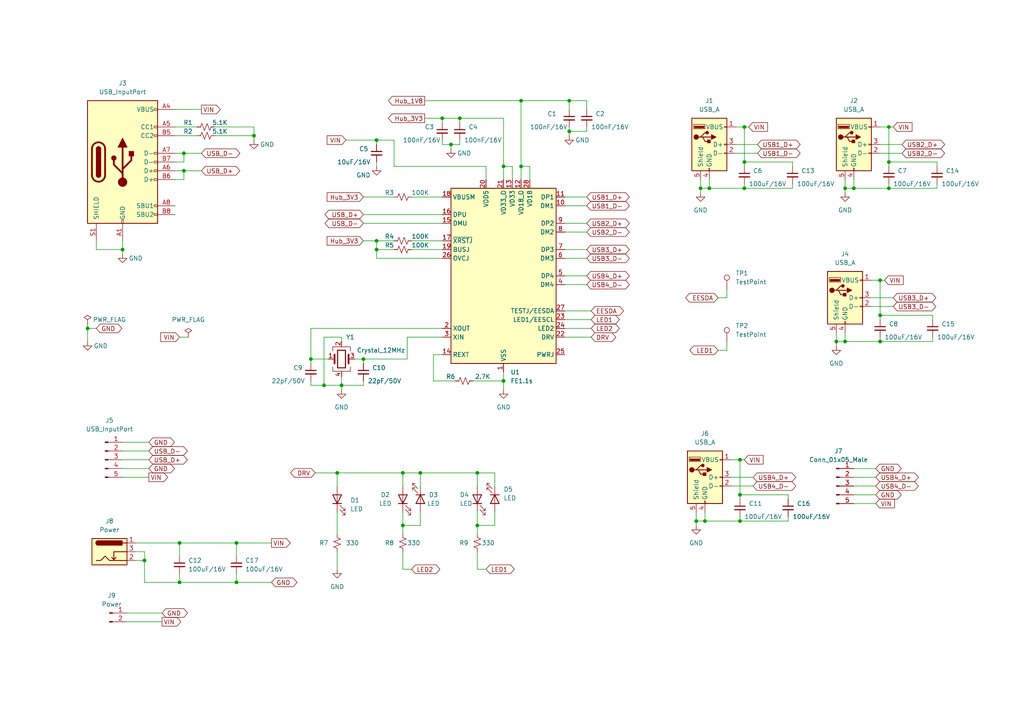
<source format=kicad_sch>
(kicad_sch (version 20211123) (generator eeschema)
  (paper "A4")
  (lib_symbols
    (symbol "Connector:Barrel_Jack_Switch" (pin_names hide)
      (property "Reference" "J" (at 0 5.334 0))
      (property "Value" "Barrel_Jack_Switch" (at 0 -5.08 0))
      (symbol "Barrel_Jack_Switch_0_1"
        (rectangle (start -5.08 3.81) (end 5.08 -3.81) (stroke (width 0.254)) (fill (type background)))
        (arc (start -3.302 3.175) (mid -3.937 2.54) (end -3.302 1.905) (stroke (width 0.254)))
        (arc (start -3.302 3.175) (mid -3.937 2.54) (end -3.302 1.905) (stroke (width 0.254)) (fill (type outline)))
        (polyline (pts (xy 1.27 -2.286) (xy 1.905 -1.651)) (stroke (width 0.254)))
        (polyline (pts (xy 5.08 2.54) (xy 3.81 2.54)) (stroke (width 0.254)))
        (polyline (pts (xy 5.08 0) (xy 1.27 0) (xy 1.27 -2.286) (xy 0.635 -1.651)) (stroke (width 0.254)))
        (polyline (pts (xy -3.81 -2.54) (xy -2.54 -2.54) (xy -1.27 -1.27) (xy 0 -2.54) (xy 2.54 -2.54) (xy 5.08 -2.54)) (stroke (width 0.254)))
        (rectangle (start 3.683 3.175) (end -3.302 1.905) (stroke (width 0.254)) (fill (type outline)))
      )
      (symbol "Barrel_Jack_Switch_1_1"
        (pin passive line (at 7.62 2.54 180) (length 2.54) (name "~") (number "1"))
        (pin passive line (at 7.62 -2.54 180) (length 2.54) (name "~") (number "2"))
        (pin passive line (at 7.62 0 180) (length 2.54) (name "~") (number "3"))
      )
    )
    (symbol "Connector:Conn_01x02_Male" (pin_names (offset 1.016) hide)
      (property "Reference" "J" (at 0 2.54 0))
      (property "Value" "Conn_01x02_Male" (at 0 -5.08 0))
      (symbol "Conn_01x02_Male_1_1"
        (polyline (pts (xy 1.27 -2.54) (xy 0.8636 -2.54)) (stroke (width 0.1524)))
        (polyline (pts (xy 1.27 0) (xy 0.8636 0)) (stroke (width 0.1524)))
        (rectangle (start 0.8636 -2.413) (end 0 -2.667) (stroke (width 0.1524)) (fill (type outline)))
        (rectangle (start 0.8636 0.127) (end 0 -0.127) (stroke (width 0.1524)) (fill (type outline)))
        (pin passive line (at 5.08 0 180) (length 3.81) (name "Pin_1") (number "1"))
        (pin passive line (at 5.08 -2.54 180) (length 3.81) (name "Pin_2") (number "2"))
      )
    )
    (symbol "Connector:Conn_01x05_Male" (pin_names (offset 1.016) hide)
      (property "Reference" "J" (at 0 7.62 0))
      (property "Value" "Conn_01x05_Male" (at 0 -7.62 0))
      (symbol "Conn_01x05_Male_1_1"
        (polyline (pts (xy 1.27 -5.08) (xy 0.8636 -5.08)) (stroke (width 0.1524)))
        (polyline (pts (xy 1.27 -2.54) (xy 0.8636 -2.54)) (stroke (width 0.1524)))
        (polyline (pts (xy 1.27 0) (xy 0.8636 0)) (stroke (width 0.1524)))
        (polyline (pts (xy 1.27 2.54) (xy 0.8636 2.54)) (stroke (width 0.1524)))
        (polyline (pts (xy 1.27 5.08) (xy 0.8636 5.08)) (stroke (width 0.1524)))
        (rectangle (start 0.8636 -4.953) (end 0 -5.207) (stroke (width 0.1524)) (fill (type outline)))
        (rectangle (start 0.8636 -2.413) (end 0 -2.667) (stroke (width 0.1524)) (fill (type outline)))
        (rectangle (start 0.8636 0.127) (end 0 -0.127) (stroke (width 0.1524)) (fill (type outline)))
        (rectangle (start 0.8636 2.667) (end 0 2.413) (stroke (width 0.1524)) (fill (type outline)))
        (rectangle (start 0.8636 5.207) (end 0 4.953) (stroke (width 0.1524)) (fill (type outline)))
        (pin passive line (at 5.08 5.08 180) (length 3.81) (name "Pin_1") (number "1"))
        (pin passive line (at 5.08 2.54 180) (length 3.81) (name "Pin_2") (number "2"))
        (pin passive line (at 5.08 0 180) (length 3.81) (name "Pin_3") (number "3"))
        (pin passive line (at 5.08 -2.54 180) (length 3.81) (name "Pin_4") (number "4"))
        (pin passive line (at 5.08 -5.08 180) (length 3.81) (name "Pin_5") (number "5"))
      )
    )
    (symbol "Connector:TestPoint" (pin_numbers hide) (pin_names (offset 0.762) hide)
      (property "Reference" "TP" (at 0 6.858 0))
      (property "Value" "TestPoint" (at 0 5.08 0))
      (symbol "TestPoint_0_1"
        (circle (center 0 3.302) (radius 0.762))
      )
      (symbol "TestPoint_1_1"
        (pin passive line (at 0 0 90) (length 2.54) (name "1") (number "1"))
      )
    )
    (symbol "Connector:USB_A" (pin_names (offset 1.016))
      (property "Reference" "J" (at -5.08 11.43 0))
      (property "Value" "USB_A" (at -5.08 8.89 0))
      (symbol "USB_A_0_1"
        (rectangle (start -5.08 -7.62) (end 5.08 7.62) (stroke (width 0.254)) (fill (type background)))
        (circle (center -3.81 2.159) (radius 0.635) (stroke (width 0.254)) (fill (type outline)))
        (rectangle (start -1.524 4.826) (end -4.318 5.334) (fill (type outline)))
        (rectangle (start -1.27 4.572) (end -4.572 5.842))
        (circle (center -0.635 3.429) (radius 0.381) (stroke (width 0.254)) (fill (type outline)))
        (rectangle (start -0.127 -7.62) (end 0.127 -6.858))
        (polyline (pts (xy -3.175 2.159) (xy -2.54 2.159) (xy -1.27 3.429) (xy -0.635 3.429)) (stroke (width 0.254)))
        (polyline (pts (xy -2.54 2.159) (xy -1.905 2.159) (xy -1.27 0.889) (xy 0 0.889)) (stroke (width 0.254)))
        (polyline (pts (xy 0.635 2.794) (xy 0.635 1.524) (xy 1.905 2.159) (xy 0.635 2.794)) (stroke (width 0.254)) (fill (type outline)))
        (rectangle (start 0.254 1.27) (end -0.508 0.508) (stroke (width 0.254)) (fill (type outline)))
        (rectangle (start 5.08 -2.667) (end 4.318 -2.413))
        (rectangle (start 5.08 -0.127) (end 4.318 0.127))
        (rectangle (start 5.08 4.953) (end 4.318 5.207))
      )
      (symbol "USB_A_1_1"
        (polyline (pts (xy -1.905 2.159) (xy 0.635 2.159)) (stroke (width 0.254)))
        (pin power_in line (at 7.62 5.08 180) (length 2.54) (name "VBUS") (number "1"))
        (pin bidirectional line (at 7.62 -2.54 180) (length 2.54) (name "D-") (number "2"))
        (pin bidirectional line (at 7.62 0 180) (length 2.54) (name "D+") (number "3"))
        (pin power_in line (at 0 -10.16 90) (length 2.54) (name "GND") (number "4"))
        (pin passive line (at -2.54 -10.16 90) (length 2.54) (name "Shield") (number "5"))
      )
    )
    (symbol "Connector:USB_C_Receptacle_USB2.0" (pin_names (offset 1.016))
      (property "Reference" "J" (at -10.16 19.05 0))
      (property "Value" "USB_C_Receptacle_USB2.0" (at 19.05 19.05 0))
      (symbol "USB_C_Receptacle_USB2.0_0_0"
        (rectangle (start -0.254 -17.78) (end 0.254 -16.764))
        (rectangle (start 10.16 -14.986) (end 9.144 -15.494))
        (rectangle (start 10.16 -12.446) (end 9.144 -12.954))
        (rectangle (start 10.16 -4.826) (end 9.144 -5.334))
        (rectangle (start 10.16 -2.286) (end 9.144 -2.794))
        (rectangle (start 10.16 0.254) (end 9.144 -0.254))
        (rectangle (start 10.16 2.794) (end 9.144 2.286))
        (rectangle (start 10.16 7.874) (end 9.144 7.366))
        (rectangle (start 10.16 10.414) (end 9.144 9.906))
        (rectangle (start 10.16 15.494) (end 9.144 14.986))
      )
      (symbol "USB_C_Receptacle_USB2.0_0_1"
        (rectangle (start -10.16 17.78) (end 10.16 -17.78) (stroke (width 0.254)) (fill (type background)))
        (arc (start -8.89 -3.81) (mid -6.985 -5.715) (end -5.08 -3.81) (stroke (width 0.508)))
        (arc (start -7.62 -3.81) (mid -6.985 -4.445) (end -6.35 -3.81) (stroke (width 0.254)))
        (arc (start -7.62 -3.81) (mid -6.985 -4.445) (end -6.35 -3.81) (stroke (width 0.254)) (fill (type outline)))
        (rectangle (start -7.62 -3.81) (end -6.35 3.81) (stroke (width 0.254)) (fill (type outline)))
        (arc (start -6.35 3.81) (mid -6.985 4.445) (end -7.62 3.81) (stroke (width 0.254)))
        (arc (start -6.35 3.81) (mid -6.985 4.445) (end -7.62 3.81) (stroke (width 0.254)) (fill (type outline)))
        (arc (start -5.08 3.81) (mid -6.985 5.715) (end -8.89 3.81) (stroke (width 0.508)))
        (circle (center -2.54 1.143) (radius 0.635) (stroke (width 0.254)) (fill (type outline)))
        (circle (center 0 -5.842) (radius 1.27) (fill (type outline)))
        (polyline (pts (xy -8.89 -3.81) (xy -8.89 3.81)) (stroke (width 0.508)))
        (polyline (pts (xy -5.08 3.81) (xy -5.08 -3.81)) (stroke (width 0.508)))
        (polyline (pts (xy 0 -5.842) (xy 0 4.318)) (stroke (width 0.508)))
        (polyline (pts (xy 0 -3.302) (xy -2.54 -0.762) (xy -2.54 0.508)) (stroke (width 0.508)))
        (polyline (pts (xy 0 -2.032) (xy 2.54 0.508) (xy 2.54 1.778)) (stroke (width 0.508)))
        (polyline (pts (xy -1.27 4.318) (xy 0 6.858) (xy 1.27 4.318) (xy -1.27 4.318)) (stroke (width 0.254)) (fill (type outline)))
        (rectangle (start 1.905 1.778) (end 3.175 3.048) (stroke (width 0.254)) (fill (type outline)))
      )
      (symbol "USB_C_Receptacle_USB2.0_1_1"
        (pin passive line (at 0 -22.86 90) (length 5.08) (name "GND") (number "A1"))
        (pin passive line (at 0 -22.86 90) (length 5.08) hide (name "GND") (number "A12"))
        (pin passive line (at 15.24 15.24 180) (length 5.08) (name "VBUS") (number "A4"))
        (pin bidirectional line (at 15.24 10.16 180) (length 5.08) (name "CC1") (number "A5"))
        (pin bidirectional line (at 15.24 -2.54 180) (length 5.08) (name "D+") (number "A6"))
        (pin bidirectional line (at 15.24 2.54 180) (length 5.08) (name "D-") (number "A7"))
        (pin bidirectional line (at 15.24 -12.7 180) (length 5.08) (name "SBU1") (number "A8"))
        (pin passive line (at 15.24 15.24 180) (length 5.08) hide (name "VBUS") (number "A9"))
        (pin passive line (at 0 -22.86 90) (length 5.08) hide (name "GND") (number "B1"))
        (pin passive line (at 0 -22.86 90) (length 5.08) hide (name "GND") (number "B12"))
        (pin passive line (at 15.24 15.24 180) (length 5.08) hide (name "VBUS") (number "B4"))
        (pin bidirectional line (at 15.24 7.62 180) (length 5.08) (name "CC2") (number "B5"))
        (pin bidirectional line (at 15.24 -5.08 180) (length 5.08) (name "D+") (number "B6"))
        (pin bidirectional line (at 15.24 0 180) (length 5.08) (name "D-") (number "B7"))
        (pin bidirectional line (at 15.24 -15.24 180) (length 5.08) (name "SBU2") (number "B8"))
        (pin passive line (at 15.24 15.24 180) (length 5.08) hide (name "VBUS") (number "B9"))
        (pin passive line (at -7.62 -22.86 90) (length 5.08) (name "SHIELD") (number "S1"))
      )
    )
    (symbol "Device:C_Small" (pin_numbers hide) (pin_names (offset 0.254) hide)
      (property "Reference" "C" (at 0.254 1.778 0))
      (property "Value" "C_Small" (at 0.254 -2.032 0))
      (symbol "C_Small_0_1"
        (polyline (pts (xy -1.524 -0.508) (xy 1.524 -0.508)) (stroke (width 0.3302)))
        (polyline (pts (xy -1.524 0.508) (xy 1.524 0.508)) (stroke (width 0.3048)))
      )
      (symbol "C_Small_1_1"
        (pin passive line (at 0 2.54 270) (length 2.032) (name "~") (number "1"))
        (pin passive line (at 0 -2.54 90) (length 2.032) (name "~") (number "2"))
      )
    )
    (symbol "Device:Crystal_GND24" (pin_names (offset 1.016) hide)
      (property "Reference" "Y" (at 3.175 5.08 0))
      (property "Value" "Crystal_GND24" (at 3.175 3.175 0))
      (symbol "Crystal_GND24_0_1"
        (rectangle (start -1.143 2.54) (end 1.143 -2.54) (stroke (width 0.3048)))
        (polyline (pts (xy -2.54 0) (xy -2.032 0)))
        (polyline (pts (xy -2.032 -1.27) (xy -2.032 1.27)) (stroke (width 0.508)))
        (polyline (pts (xy 0 -3.81) (xy 0 -3.556)))
        (polyline (pts (xy 0 3.556) (xy 0 3.81)))
        (polyline (pts (xy 2.032 -1.27) (xy 2.032 1.27)) (stroke (width 0.508)))
        (polyline (pts (xy 2.032 0) (xy 2.54 0)))
        (polyline (pts (xy -2.54 -2.286) (xy -2.54 -3.556) (xy 2.54 -3.556) (xy 2.54 -2.286)))
        (polyline (pts (xy -2.54 2.286) (xy -2.54 3.556) (xy 2.54 3.556) (xy 2.54 2.286)))
      )
      (symbol "Crystal_GND24_1_1"
        (pin passive line (at -3.81 0 0) (length 1.27) (name "1") (number "1"))
        (pin passive line (at 0 5.08 270) (length 1.27) (name "2") (number "2"))
        (pin passive line (at 3.81 0 180) (length 1.27) (name "3") (number "3"))
        (pin passive line (at 0 -5.08 90) (length 1.27) (name "4") (number "4"))
      )
    )
    (symbol "Device:LED" (pin_numbers hide) (pin_names (offset 1.016) hide)
      (property "Reference" "D" (at 0 2.54 0))
      (property "Value" "LED" (at 0 -2.54 0))
      (symbol "LED_0_1"
        (polyline (pts (xy -1.27 -1.27) (xy -1.27 1.27)) (stroke (width 0.254)))
        (polyline (pts (xy -1.27 0) (xy 1.27 0)))
        (polyline (pts (xy 1.27 -1.27) (xy 1.27 1.27) (xy -1.27 0) (xy 1.27 -1.27)) (stroke (width 0.254)))
        (polyline (pts (xy -3.048 -0.762) (xy -4.572 -2.286) (xy -3.81 -2.286) (xy -4.572 -2.286) (xy -4.572 -1.524)))
        (polyline (pts (xy -1.778 -0.762) (xy -3.302 -2.286) (xy -2.54 -2.286) (xy -3.302 -2.286) (xy -3.302 -1.524)))
      )
      (symbol "LED_1_1"
        (pin passive line (at -3.81 0 0) (length 2.54) (name "K") (number "1"))
        (pin passive line (at 3.81 0 180) (length 2.54) (name "A") (number "2"))
      )
    )
    (symbol "Device:R_Small_US" (pin_numbers hide) (pin_names (offset 0.254) hide)
      (property "Reference" "R" (at 0.762 0.508 0))
      (property "Value" "R_Small_US" (at 0.762 -1.016 0))
      (symbol "R_Small_US_1_1"
        (polyline (pts (xy 0 0) (xy 1.016 -0.381) (xy 0 -0.762) (xy -1.016 -1.143) (xy 0 -1.524)))
        (polyline (pts (xy 0 1.524) (xy 1.016 1.143) (xy 0 0.762) (xy -1.016 0.381) (xy 0 0)))
        (pin passive line (at 0 2.54 270) (length 1.016) (name "~") (number "1"))
        (pin passive line (at 0 -2.54 90) (length 1.016) (name "~") (number "2"))
      )
    )
    (symbol "Interface_USB:FE1.1s"
      (property "Reference" "U" (at -11.43 26.67 0))
      (property "Value" "FE1.1s" (at 12.7 27.94 0))
      (symbol "FE1.1s_0_1"
        (rectangle (start -15.24 25.4) (end 15.24 -25.4) (stroke (width 0.254)) (fill (type background)))
      )
      (symbol "FE1.1s_1_1"
        (pin power_in line (at 0 -27.94 90) (length 2.54) (name "VSS") (number "1"))
        (pin bidirectional line (at 17.78 20.32 180) (length 2.54) (name "DM1") (number "10"))
        (pin bidirectional line (at 17.78 22.86 180) (length 2.54) (name "DP1") (number "11"))
        (pin power_out line (at 5.08 27.94 270) (length 2.54) (name "VD18_O") (number "12"))
        (pin power_in line (at 2.54 27.94 270) (length 2.54) (name "VD33") (number "13"))
        (pin passive line (at -17.78 -22.86 0) (length 2.54) (name "REXT") (number "14"))
        (pin bidirectional line (at -17.78 15.24 0) (length 2.54) (name "DMU") (number "15"))
        (pin bidirectional line (at -17.78 17.78 0) (length 2.54) (name "DPU") (number "16"))
        (pin input line (at -17.78 10.16 0) (length 2.54) (name "~{XRSTJ}") (number "17"))
        (pin input line (at -17.78 22.86 0) (length 2.54) (name "VBUSM") (number "18"))
        (pin input line (at -17.78 7.62 0) (length 2.54) (name "BUSJ") (number "19"))
        (pin output line (at -17.78 -15.24 0) (length 2.54) (name "XOUT") (number "2"))
        (pin power_in line (at -5.08 27.94 270) (length 2.54) (name "VDD5") (number "20"))
        (pin power_out line (at 0 27.94 270) (length 2.54) (name "VD33_O") (number "21"))
        (pin bidirectional line (at 17.78 -17.78 180) (length 2.54) (name "DRV") (number "22"))
        (pin bidirectional line (at 17.78 -12.7 180) (length 2.54) (name "LED1/EESCL") (number "23"))
        (pin bidirectional line (at 17.78 -15.24 180) (length 2.54) (name "LED2") (number "24"))
        (pin output line (at 17.78 -22.86 180) (length 2.54) (name "PWRJ") (number "25"))
        (pin input line (at -17.78 5.08 0) (length 2.54) (name "OVCJ") (number "26"))
        (pin bidirectional line (at 17.78 -10.16 180) (length 2.54) (name "TESTJ/EESDA") (number "27"))
        (pin power_in line (at 7.62 27.94 270) (length 2.54) (name "VD18") (number "28"))
        (pin input line (at -17.78 -17.78 0) (length 2.54) (name "XIN") (number "3"))
        (pin bidirectional line (at 17.78 -2.54 180) (length 2.54) (name "DM4") (number "4"))
        (pin bidirectional line (at 17.78 0 180) (length 2.54) (name "DP4") (number "5"))
        (pin bidirectional line (at 17.78 5.08 180) (length 2.54) (name "DM3") (number "6"))
        (pin bidirectional line (at 17.78 7.62 180) (length 2.54) (name "DP3") (number "7"))
        (pin bidirectional line (at 17.78 12.7 180) (length 2.54) (name "DM2") (number "8"))
        (pin bidirectional line (at 17.78 15.24 180) (length 2.54) (name "DP2") (number "9"))
      )
    )
    (symbol "power:GND" (power) (pin_names (offset 0))
      (property "Value" "GND" (at 0 -3.81 0))
      (symbol "GND_0_1"
        (polyline (pts (xy 0 0) (xy 0 -1.27) (xy 1.27 -1.27) (xy 0 -2.54) (xy -1.27 -1.27) (xy 0 -1.27)))
      )
      (symbol "GND_1_1"
        (pin power_in line (at 0 0 270) (length 0) hide (name "GND") (number "1"))
      )
    )
    (symbol "power:PWR_FLAG" (power) (pin_numbers hide) (pin_names (offset 0) hide)
      (property "Value" "PWR_FLAG" (at 0 3.81 0))
      (symbol "PWR_FLAG_0_0"
        (pin power_out line (at 0 0 90) (length 0) (name "pwr") (number "1"))
      )
      (symbol "PWR_FLAG_0_1"
        (polyline (pts (xy 0 0) (xy 0 1.27) (xy -1.016 1.905) (xy 0 2.54) (xy 1.016 1.905) (xy 0 1.27)))
      )
    )
  )
  (junction (at 41.91 162.56))
  (junction (at 116.84 152.4))
  (junction (at 121.92 137.16))
  (junction (at 97.79 137.16))
  (junction (at 242.57 99.06))
  (junction (at 99.06 111.76))
  (junction (at 257.81 46.99))
  (junction (at 214.63 133.35))
  (junction (at 93.98 111.76))
  (junction (at 133.35 34.29))
  (junction (at 73.66 39.37))
  (junction (at 105.41 104.14))
  (junction (at 35.56 72.39))
  (junction (at 53.34 44.45))
  (junction (at 204.47 151.13))
  (junction (at 90.17 104.14))
  (junction (at 146.05 110.49))
  (junction (at 201.93 151.13))
  (junction (at 214.63 143.51))
  (junction (at 138.43 152.4))
  (junction (at 68.58 168.91))
  (junction (at 52.07 168.91))
  (junction (at 151.13 48.26))
  (junction (at 68.58 157.48))
  (junction (at 255.27 99.06))
  (junction (at 257.81 54.61))
  (junction (at 53.34 49.53))
  (junction (at 245.11 99.06))
  (junction (at 257.81 36.83))
  (junction (at 255.27 91.44))
  (junction (at 165.1 29.21))
  (junction (at 215.9 36.83))
  (junction (at 247.65 54.61))
  (junction (at 25.4 95.25))
  (junction (at 116.84 137.16))
  (junction (at 130.81 41.91))
  (junction (at 109.22 72.39))
  (junction (at 138.43 137.16))
  (junction (at 255.27 81.28))
  (junction (at 245.11 54.61))
  (junction (at 215.9 54.61))
  (junction (at 52.07 157.48))
  (junction (at 146.05 48.26))
  (junction (at 151.13 29.21))
  (junction (at 214.63 151.13))
  (junction (at 205.74 54.61))
  (junction (at 128.27 34.29))
  (junction (at 215.9 46.99))
  (junction (at 109.22 40.64))
  (junction (at 109.22 69.85))
  (junction (at 165.1 38.1))
  (junction (at 203.2 54.61))
  (wire (pts (xy 68.58 166.37) (xy 68.58 168.91)))
  (wire (pts (xy 128.27 41.91) (xy 130.81 41.91)))
  (wire (pts (xy 138.43 165.1) (xy 140.97 165.1)))
  (wire (pts (xy 90.17 104.14) (xy 95.25 104.14)))
  (wire (pts (xy 105.41 57.15) (xy 114.3 57.15)))
  (wire (pts (xy 215.9 54.61) (xy 205.74 54.61)))
  (wire (pts (xy 116.84 165.1) (xy 119.38 165.1)))
  (wire (pts (xy 35.56 130.81) (xy 43.18 130.81)))
  (wire (pts (xy 73.66 36.83) (xy 73.66 39.37)))
  (wire (pts (xy 109.22 40.64) (xy 114.3 40.64)))
  (wire (pts (xy 116.84 148.59) (xy 116.84 152.4)))
  (wire (pts (xy 252.73 86.36) (xy 259.08 86.36)))
  (wire (pts (xy 97.79 137.16) (xy 97.79 140.97)))
  (wire (pts (xy 133.35 40.64) (xy 133.35 41.91)))
  (wire (pts (xy 118.11 97.79) (xy 128.27 97.79)))
  (wire (pts (xy 53.34 46.99) (xy 53.34 44.45)))
  (wire (pts (xy 247.65 54.61) (xy 245.11 54.61)))
  (wire (pts (xy 270.51 97.79) (xy 270.51 99.06)))
  (wire (pts (xy 170.18 29.21) (xy 165.1 29.21)))
  (wire (pts (xy 210.82 86.36) (xy 208.28 86.36)))
  (wire (pts (xy 52.07 157.48) (xy 68.58 157.48)))
  (wire (pts (xy 50.8 52.07) (xy 53.34 52.07)))
  (wire (pts (xy 212.09 138.43) (xy 218.44 138.43)))
  (wire (pts (xy 68.58 168.91) (xy 52.07 168.91)))
  (wire (pts (xy 255.27 97.79) (xy 255.27 99.06)))
  (wire (pts (xy 90.17 111.76) (xy 93.98 111.76)))
  (wire (pts (xy 116.84 140.97) (xy 116.84 137.16)))
  (wire (pts (xy 50.8 39.37) (xy 57.15 39.37)))
  (wire (pts (xy 133.35 34.29) (xy 146.05 34.29)))
  (wire (pts (xy 114.3 72.39) (xy 109.22 72.39)))
  (wire (pts (xy 146.05 52.07) (xy 146.05 48.26)))
  (wire (pts (xy 163.83 67.31) (xy 170.18 67.31)))
  (wire (pts (xy 247.65 140.97) (xy 254 140.97)))
  (wire (pts (xy 252.73 81.28) (xy 255.27 81.28)))
  (wire (pts (xy 203.2 54.61) (xy 203.2 55.88)))
  (wire (pts (xy 68.58 157.48) (xy 68.58 161.29)))
  (wire (pts (xy 105.41 111.76) (xy 99.06 111.76)))
  (wire (pts (xy 36.83 177.8) (xy 46.99 177.8)))
  (wire (pts (xy 123.19 29.21) (xy 151.13 29.21)))
  (wire (pts (xy 99.06 111.76) (xy 99.06 113.03)))
  (wire (pts (xy 255.27 36.83) (xy 257.81 36.83)))
  (wire (pts (xy 143.51 137.16) (xy 138.43 137.16)))
  (wire (pts (xy 93.98 111.76) (xy 99.06 111.76)))
  (wire (pts (xy 205.74 52.07) (xy 205.74 54.61)))
  (wire (pts (xy 137.16 110.49) (xy 146.05 110.49)))
  (wire (pts (xy 228.6 144.78) (xy 228.6 143.51)))
  (wire (pts (xy 247.65 146.05) (xy 254 146.05)))
  (wire (pts (xy 138.43 137.16) (xy 121.92 137.16)))
  (wire (pts (xy 121.92 137.16) (xy 116.84 137.16)))
  (wire (pts (xy 97.79 148.59) (xy 97.79 154.94)))
  (wire (pts (xy 257.81 54.61) (xy 247.65 54.61)))
  (wire (pts (xy 128.27 102.87) (xy 125.73 102.87)))
  (wire (pts (xy 73.66 39.37) (xy 73.66 40.64)))
  (wire (pts (xy 242.57 99.06) (xy 242.57 100.33)))
  (wire (pts (xy 215.9 46.99) (xy 215.9 48.26)))
  (wire (pts (xy 257.81 36.83) (xy 257.81 46.99)))
  (wire (pts (xy 257.81 53.34) (xy 257.81 54.61)))
  (wire (pts (xy 125.73 110.49) (xy 132.08 110.49)))
  (wire (pts (xy 53.34 44.45) (xy 58.42 44.45)))
  (wire (pts (xy 163.83 74.93) (xy 170.18 74.93)))
  (wire (pts (xy 271.78 48.26) (xy 271.78 46.99)))
  (wire (pts (xy 105.41 104.14) (xy 105.41 105.41)))
  (wire (pts (xy 214.63 151.13) (xy 204.47 151.13)))
  (wire (pts (xy 143.51 140.97) (xy 143.51 137.16)))
  (wire (pts (xy 130.81 41.91) (xy 130.81 43.18)))
  (wire (pts (xy 245.11 96.52) (xy 245.11 99.06)))
  (wire (pts (xy 210.82 83.82) (xy 210.82 86.36)))
  (wire (pts (xy 128.27 34.29) (xy 133.35 34.29)))
  (wire (pts (xy 203.2 52.07) (xy 203.2 54.61)))
  (wire (pts (xy 271.78 46.99) (xy 257.81 46.99)))
  (wire (pts (xy 128.27 74.93) (xy 109.22 74.93)))
  (wire (pts (xy 128.27 34.29) (xy 128.27 35.56)))
  (wire (pts (xy 138.43 160.02) (xy 138.43 165.1)))
  (wire (pts (xy 165.1 38.1) (xy 170.18 38.1)))
  (wire (pts (xy 252.73 88.9) (xy 259.08 88.9)))
  (wire (pts (xy 245.11 52.07) (xy 245.11 54.61)))
  (wire (pts (xy 163.83 82.55) (xy 170.18 82.55)))
  (wire (pts (xy 215.9 36.83) (xy 215.9 46.99)))
  (wire (pts (xy 213.36 41.91) (xy 219.71 41.91)))
  (wire (pts (xy 52.07 157.48) (xy 52.07 161.29)))
  (wire (pts (xy 35.56 69.85) (xy 35.56 72.39)))
  (wire (pts (xy 163.83 90.17) (xy 171.45 90.17)))
  (wire (pts (xy 133.35 34.29) (xy 133.35 35.56)))
  (wire (pts (xy 119.38 69.85) (xy 128.27 69.85)))
  (wire (pts (xy 97.79 160.02) (xy 97.79 165.1)))
  (wire (pts (xy 52.07 97.79) (xy 54.61 97.79)))
  (wire (pts (xy 41.91 160.02) (xy 41.91 162.56)))
  (wire (pts (xy 50.8 46.99) (xy 53.34 46.99)))
  (wire (pts (xy 50.8 44.45) (xy 53.34 44.45)))
  (wire (pts (xy 123.19 34.29) (xy 128.27 34.29)))
  (wire (pts (xy 50.8 36.83) (xy 57.15 36.83)))
  (wire (pts (xy 165.1 38.1) (xy 165.1 39.37)))
  (wire (pts (xy 41.91 168.91) (xy 41.91 162.56)))
  (wire (pts (xy 121.92 152.4) (xy 116.84 152.4)))
  (wire (pts (xy 257.81 46.99) (xy 257.81 48.26)))
  (wire (pts (xy 27.94 72.39) (xy 35.56 72.39)))
  (wire (pts (xy 100.33 40.64) (xy 109.22 40.64)))
  (wire (pts (xy 214.63 133.35) (xy 214.63 143.51)))
  (wire (pts (xy 270.51 91.44) (xy 255.27 91.44)))
  (wire (pts (xy 36.83 180.34) (xy 46.99 180.34)))
  (wire (pts (xy 27.94 95.25) (xy 25.4 95.25)))
  (wire (pts (xy 109.22 40.64) (xy 109.22 41.91)))
  (wire (pts (xy 151.13 52.07) (xy 151.13 48.26)))
  (wire (pts (xy 52.07 168.91) (xy 41.91 168.91)))
  (wire (pts (xy 62.23 36.83) (xy 73.66 36.83)))
  (wire (pts (xy 114.3 48.26) (xy 140.97 48.26)))
  (wire (pts (xy 90.17 95.25) (xy 90.17 104.14)))
  (wire (pts (xy 255.27 41.91) (xy 261.62 41.91)))
  (wire (pts (xy 163.83 80.01) (xy 170.18 80.01)))
  (wire (pts (xy 163.83 64.77) (xy 170.18 64.77)))
  (wire (pts (xy 247.65 143.51) (xy 254 143.51)))
  (wire (pts (xy 151.13 48.26) (xy 151.13 29.21)))
  (wire (pts (xy 247.65 138.43) (xy 254 138.43)))
  (wire (pts (xy 25.4 93.98) (xy 25.4 95.25)))
  (wire (pts (xy 109.22 46.99) (xy 109.22 48.26)))
  (wire (pts (xy 205.74 54.61) (xy 203.2 54.61)))
  (wire (pts (xy 50.8 49.53) (xy 53.34 49.53)))
  (wire (pts (xy 90.17 104.14) (xy 90.17 105.41)))
  (wire (pts (xy 116.84 152.4) (xy 116.84 154.94)))
  (wire (pts (xy 247.65 135.89) (xy 254 135.89)))
  (wire (pts (xy 148.59 48.26) (xy 148.59 52.07)))
  (wire (pts (xy 255.27 44.45) (xy 261.62 44.45)))
  (wire (pts (xy 151.13 29.21) (xy 165.1 29.21)))
  (wire (pts (xy 165.1 31.75) (xy 165.1 29.21)))
  (wire (pts (xy 228.6 143.51) (xy 214.63 143.51)))
  (wire (pts (xy 121.92 140.97) (xy 121.92 137.16)))
  (wire (pts (xy 201.93 151.13) (xy 201.93 152.4)))
  (wire (pts (xy 229.87 48.26) (xy 229.87 46.99)))
  (wire (pts (xy 271.78 53.34) (xy 271.78 54.61)))
  (wire (pts (xy 138.43 140.97) (xy 138.43 137.16)))
  (wire (pts (xy 163.83 72.39) (xy 170.18 72.39)))
  (wire (pts (xy 163.83 92.71) (xy 171.45 92.71)))
  (wire (pts (xy 204.47 148.59) (xy 204.47 151.13)))
  (wire (pts (xy 271.78 54.61) (xy 257.81 54.61)))
  (wire (pts (xy 153.67 48.26) (xy 151.13 48.26)))
  (wire (pts (xy 212.09 133.35) (xy 214.63 133.35)))
  (wire (pts (xy 105.41 69.85) (xy 109.22 69.85)))
  (wire (pts (xy 53.34 49.53) (xy 58.42 49.53)))
  (wire (pts (xy 229.87 46.99) (xy 215.9 46.99)))
  (wire (pts (xy 146.05 48.26) (xy 148.59 48.26)))
  (wire (pts (xy 90.17 110.49) (xy 90.17 111.76)))
  (wire (pts (xy 52.07 166.37) (xy 52.07 168.91)))
  (wire (pts (xy 247.65 52.07) (xy 247.65 54.61)))
  (wire (pts (xy 105.41 62.23) (xy 128.27 62.23)))
  (wire (pts (xy 128.27 95.25) (xy 90.17 95.25)))
  (wire (pts (xy 143.51 148.59) (xy 143.51 152.4)))
  (wire (pts (xy 270.51 92.71) (xy 270.51 91.44)))
  (wire (pts (xy 146.05 110.49) (xy 146.05 113.03)))
  (wire (pts (xy 109.22 74.93) (xy 109.22 72.39)))
  (wire (pts (xy 119.38 57.15) (xy 128.27 57.15)))
  (wire (pts (xy 163.83 57.15) (xy 170.18 57.15)))
  (wire (pts (xy 62.23 39.37) (xy 73.66 39.37)))
  (wire (pts (xy 105.41 110.49) (xy 105.41 111.76)))
  (wire (pts (xy 39.37 157.48) (xy 52.07 157.48)))
  (wire (pts (xy 214.63 143.51) (xy 214.63 144.78)))
  (wire (pts (xy 165.1 38.1) (xy 165.1 36.83)))
  (wire (pts (xy 125.73 102.87) (xy 125.73 110.49)))
  (wire (pts (xy 118.11 104.14) (xy 118.11 97.79)))
  (wire (pts (xy 138.43 148.59) (xy 138.43 152.4)))
  (wire (pts (xy 105.41 64.77) (xy 128.27 64.77)))
  (wire (pts (xy 121.92 148.59) (xy 121.92 152.4)))
  (wire (pts (xy 116.84 137.16) (xy 97.79 137.16)))
  (wire (pts (xy 93.98 97.79) (xy 93.98 111.76)))
  (wire (pts (xy 255.27 91.44) (xy 255.27 92.71)))
  (wire (pts (xy 130.81 41.91) (xy 133.35 41.91)))
  (wire (pts (xy 143.51 152.4) (xy 138.43 152.4)))
  (wire (pts (xy 35.56 135.89) (xy 43.18 135.89)))
  (wire (pts (xy 210.82 99.06) (xy 210.82 101.6)))
  (wire (pts (xy 138.43 152.4) (xy 138.43 154.94)))
  (wire (pts (xy 146.05 34.29) (xy 146.05 48.26)))
  (wire (pts (xy 215.9 53.34) (xy 215.9 54.61)))
  (wire (pts (xy 39.37 162.56) (xy 41.91 162.56)))
  (wire (pts (xy 114.3 48.26) (xy 114.3 40.64)))
  (wire (pts (xy 25.4 95.25) (xy 25.4 99.06)))
  (wire (pts (xy 228.6 149.86) (xy 228.6 151.13)))
  (wire (pts (xy 53.34 52.07) (xy 53.34 49.53)))
  (wire (pts (xy 68.58 157.48) (xy 78.74 157.48)))
  (wire (pts (xy 146.05 107.95) (xy 146.05 110.49)))
  (wire (pts (xy 99.06 97.79) (xy 93.98 97.79)))
  (wire (pts (xy 35.56 72.39) (xy 35.56 73.66)))
  (wire (pts (xy 257.81 36.83) (xy 259.08 36.83)))
  (wire (pts (xy 242.57 96.52) (xy 242.57 99.06)))
  (wire (pts (xy 255.27 99.06) (xy 245.11 99.06)))
  (wire (pts (xy 39.37 160.02) (xy 41.91 160.02)))
  (wire (pts (xy 213.36 36.83) (xy 215.9 36.83)))
  (wire (pts (xy 105.41 104.14) (xy 118.11 104.14)))
  (wire (pts (xy 270.51 99.06) (xy 255.27 99.06)))
  (wire (pts (xy 245.11 99.06) (xy 242.57 99.06)))
  (wire (pts (xy 35.56 128.27) (xy 43.18 128.27)))
  (wire (pts (xy 102.87 104.14) (xy 105.41 104.14)))
  (wire (pts (xy 99.06 109.22) (xy 99.06 111.76)))
  (wire (pts (xy 35.56 133.35) (xy 43.18 133.35)))
  (wire (pts (xy 116.84 160.02) (xy 116.84 165.1)))
  (wire (pts (xy 229.87 54.61) (xy 215.9 54.61)))
  (wire (pts (xy 255.27 81.28) (xy 255.27 91.44)))
  (wire (pts (xy 170.18 38.1) (xy 170.18 36.83)))
  (wire (pts (xy 140.97 48.26) (xy 140.97 52.07)))
  (wire (pts (xy 228.6 151.13) (xy 214.63 151.13)))
  (wire (pts (xy 255.27 81.28) (xy 256.54 81.28)))
  (wire (pts (xy 163.83 97.79) (xy 171.45 97.79)))
  (wire (pts (xy 212.09 140.97) (xy 218.44 140.97)))
  (wire (pts (xy 210.82 101.6) (xy 208.28 101.6)))
  (wire (pts (xy 109.22 69.85) (xy 114.3 69.85)))
  (wire (pts (xy 215.9 36.83) (xy 217.17 36.83)))
  (wire (pts (xy 170.18 31.75) (xy 170.18 29.21)))
  (wire (pts (xy 78.74 168.91) (xy 68.58 168.91)))
  (wire (pts (xy 214.63 149.86) (xy 214.63 151.13)))
  (wire (pts (xy 204.47 151.13) (xy 201.93 151.13)))
  (wire (pts (xy 119.38 72.39) (xy 128.27 72.39)))
  (wire (pts (xy 213.36 44.45) (xy 219.71 44.45)))
  (wire (pts (xy 245.11 54.61) (xy 245.11 55.88)))
  (wire (pts (xy 91.44 137.16) (xy 97.79 137.16)))
  (wire (pts (xy 128.27 40.64) (xy 128.27 41.91)))
  (wire (pts (xy 163.83 59.69) (xy 170.18 59.69)))
  (wire (pts (xy 27.94 69.85) (xy 27.94 72.39)))
  (wire (pts (xy 35.56 138.43) (xy 43.18 138.43)))
  (wire (pts (xy 201.93 148.59) (xy 201.93 151.13)))
  (wire (pts (xy 163.83 95.25) (xy 171.45 95.25)))
  (wire (pts (xy 214.63 133.35) (xy 215.9 133.35)))
  (wire (pts (xy 153.67 52.07) (xy 153.67 48.26)))
  (wire (pts (xy 109.22 72.39) (xy 109.22 69.85)))
  (wire (pts (xy 50.8 31.75) (xy 58.42 31.75)))
  (wire (pts (xy 229.87 53.34) (xy 229.87 54.61)))
  (wire (pts (xy 99.06 99.06) (xy 99.06 97.79)))
  (global_label "USB_D-" (shape bidirectional) (at 43.18 130.81 0) (property "插入圖紙頁參考" "${INTERSHEET_REFS}" (effects hide)))
  (global_label "GND" (shape bidirectional) (at 254 143.51 0) (property "插入圖紙頁參考" "${INTERSHEET_REFS}" (effects hide)))
  (global_label "LED1" (shape bidirectional) (at 171.45 92.71 0) (property "插入圖紙頁參考" "${INTERSHEET_REFS}" (effects hide)))
  (global_label "GND" (shape bidirectional) (at 78.74 168.91 0) (property "插入圖紙頁參考" "${INTERSHEET_REFS}" (effects hide)))
  (global_label "USB4_D+" (shape bidirectional) (at 170.18 80.01 0) (property "插入圖紙頁參考" "${INTERSHEET_REFS}" (effects hide)))
  (global_label "USB_D+" (shape bidirectional) (at 105.41 62.23 180) (property "插入圖紙頁參考" "${INTERSHEET_REFS}" (effects hide)))
  (global_label "VIN" (shape output) (at 78.74 157.48 0) (property "插入圖紙頁參考" "${INTERSHEET_REFS}" (effects hide)))
  (global_label "USB4_D-" (shape bidirectional) (at 170.18 82.55 0) (property "插入圖紙頁參考" "${INTERSHEET_REFS}" (effects hide)))
  (global_label "LED2" (shape bidirectional) (at 119.38 165.1 0) (property "插入圖紙頁參考" "${INTERSHEET_REFS}" (effects hide)))
  (global_label "VIN" (shape input) (at 256.54 81.28 0) (property "插入圖紙頁參考" "${INTERSHEET_REFS}" (effects hide)))
  (global_label "USB2_D-" (shape bidirectional) (at 261.62 44.45 0) (property "插入圖紙頁參考" "${INTERSHEET_REFS}" (effects hide)))
  (global_label "VIN" (shape output) (at 46.99 180.34 0) (property "插入圖紙頁參考" "${INTERSHEET_REFS}" (effects hide)))
  (global_label "GND" (shape bidirectional) (at 46.99 177.8 0) (property "插入圖紙頁參考" "${INTERSHEET_REFS}" (effects hide)))
  (global_label "Hub_1V8" (shape output) (at 123.19 29.21 180) (property "插入圖紙頁參考" "${INTERSHEET_REFS}" (effects hide)))
  (global_label "VIN" (shape input) (at 254 146.05 0) (property "插入圖紙頁參考" "${INTERSHEET_REFS}" (effects hide)))
  (global_label "GND" (shape bidirectional) (at 254 135.89 0) (property "插入圖紙頁參考" "${INTERSHEET_REFS}" (effects hide)))
  (global_label "EESDA" (shape bidirectional) (at 208.28 86.36 180) (property "插入圖紙頁參考" "${INTERSHEET_REFS}" (effects hide)))
  (global_label "USB4_D-" (shape bidirectional) (at 218.44 140.97 0) (property "插入圖紙頁參考" "${INTERSHEET_REFS}" (effects hide)))
  (global_label "GND" (shape bidirectional) (at 27.94 95.25 0) (property "插入圖紙頁參考" "${INTERSHEET_REFS}" (effects hide)))
  (global_label "USB_D-" (shape bidirectional) (at 58.42 44.45 0) (property "插入圖紙頁參考" "${INTERSHEET_REFS}" (effects hide)))
  (global_label "USB1_D+" (shape bidirectional) (at 219.71 41.91 0) (property "插入圖紙頁參考" "${INTERSHEET_REFS}" (effects hide)))
  (global_label "USB2_D+" (shape bidirectional) (at 170.18 64.77 0) (property "插入圖紙頁參考" "${INTERSHEET_REFS}" (effects hide)))
  (global_label "USB3_D-" (shape bidirectional) (at 170.18 74.93 0) (property "插入圖紙頁參考" "${INTERSHEET_REFS}" (effects hide)))
  (global_label "VIN" (shape output) (at 58.42 31.75 0) (property "插入圖紙頁參考" "${INTERSHEET_REFS}" (effects hide)))
  (global_label "USB_D+" (shape bidirectional) (at 43.18 133.35 0) (property "插入圖紙頁參考" "${INTERSHEET_REFS}" (effects hide)))
  (global_label "USB1_D-" (shape bidirectional) (at 170.18 59.69 0) (property "插入圖紙頁參考" "${INTERSHEET_REFS}" (effects hide)))
  (global_label "DRV" (shape bidirectional) (at 171.45 97.79 0) (property "插入圖紙頁參考" "${INTERSHEET_REFS}" (effects hide)))
  (global_label "Hub_3V3" (shape input) (at 105.41 57.15 180) (property "插入圖紙頁參考" "${INTERSHEET_REFS}" (effects hide)))
  (global_label "VIN" (shape input) (at 259.08 36.83 0) (property "插入圖紙頁參考" "${INTERSHEET_REFS}" (effects hide)))
  (global_label "GND" (shape bidirectional) (at 43.18 128.27 0) (property "插入圖紙頁參考" "${INTERSHEET_REFS}" (effects hide)))
  (global_label "Hub_3V3" (shape output) (at 123.19 34.29 180) (property "插入圖紙頁參考" "${INTERSHEET_REFS}" (effects hide)))
  (global_label "VIN" (shape input) (at 52.07 97.79 180) (property "插入圖紙頁參考" "${INTERSHEET_REFS}" (effects hide)))
  (global_label "LED1" (shape bidirectional) (at 208.28 101.6 180) (property "插入圖紙頁參考" "${INTERSHEET_REFS}" (effects hide)))
  (global_label "USB_D+" (shape bidirectional) (at 58.42 49.53 0) (property "插入圖紙頁參考" "${INTERSHEET_REFS}" (effects hide)))
  (global_label "USB4_D+" (shape bidirectional) (at 254 138.43 0) (property "插入圖紙頁參考" "${INTERSHEET_REFS}" (effects hide)))
  (global_label "USB3_D-" (shape bidirectional) (at 259.08 88.9 0) (property "插入圖紙頁參考" "${INTERSHEET_REFS}" (effects hide)))
  (global_label "GND" (shape bidirectional) (at 43.18 135.89 0) (property "插入圖紙頁參考" "${INTERSHEET_REFS}" (effects hide)))
  (global_label "DRV" (shape bidirectional) (at 91.44 137.16 180) (property "插入圖紙頁參考" "${INTERSHEET_REFS}" (effects hide)))
  (global_label "USB2_D-" (shape bidirectional) (at 170.18 67.31 0) (property "插入圖紙頁參考" "${INTERSHEET_REFS}" (effects hide)))
  (global_label "USB3_D+" (shape bidirectional) (at 170.18 72.39 0) (property "插入圖紙頁參考" "${INTERSHEET_REFS}" (effects hide)))
  (global_label "EESDA" (shape bidirectional) (at 171.45 90.17 0) (property "插入圖紙頁參考" "${INTERSHEET_REFS}" (effects hide)))
  (global_label "USB2_D+" (shape bidirectional) (at 261.62 41.91 0) (property "插入圖紙頁參考" "${INTERSHEET_REFS}" (effects hide)))
  (global_label "LED2" (shape bidirectional) (at 171.45 95.25 0) (property "插入圖紙頁參考" "${INTERSHEET_REFS}" (effects hide)))
  (global_label "USB3_D+" (shape bidirectional) (at 259.08 86.36 0) (property "插入圖紙頁參考" "${INTERSHEET_REFS}" (effects hide)))
  (global_label "VIN" (shape input) (at 217.17 36.83 0) (property "插入圖紙頁參考" "${INTERSHEET_REFS}" (effects hide)))
  (global_label "Hub_3V3" (shape input) (at 105.41 69.85 180) (property "插入圖紙頁參考" "${INTERSHEET_REFS}" (effects hide)))
  (global_label "USB_D-" (shape bidirectional) (at 105.41 64.77 180) (property "插入圖紙頁參考" "${INTERSHEET_REFS}" (effects hide)))
  (global_label "USB1_D+" (shape bidirectional) (at 170.18 57.15 0) (property "插入圖紙頁參考" "${INTERSHEET_REFS}" (effects hide)))
  (global_label "LED1" (shape bidirectional) (at 140.97 165.1 0) (property "插入圖紙頁參考" "${INTERSHEET_REFS}" (effects hide)))
  (global_label "USB4_D+" (shape bidirectional) (at 218.44 138.43 0) (property "插入圖紙頁參考" "${INTERSHEET_REFS}" (effects hide)))
  (global_label "USB4_D-" (shape bidirectional) (at 254 140.97 0) (property "插入圖紙頁參考" "${INTERSHEET_REFS}" (effects hide)))
  (global_label "VIN" (shape input) (at 215.9 133.35 0) (property "插入圖紙頁參考" "${INTERSHEET_REFS}" (effects hide)))
  (global_label "VIN" (shape input) (at 100.33 40.64 180) (property "插入圖紙頁參考" "${INTERSHEET_REFS}" (effects hide)))
  (global_label "USB1_D-" (shape bidirectional) (at 219.71 44.45 0) (property "插入圖紙頁參考" "${INTERSHEET_REFS}" (effects hide)))
  (global_label "VIN" (shape output) (at 43.18 138.43 0) (property "插入圖紙頁參考" "${INTERSHEET_REFS}" (effects hide)))
  (symbol (lib_id "Device:C_Small") (at 105.41 107.95 0) (unit 1)
    (property "Reference" "C10" (at 107.95 106.68 0) (effects (justify left)))
    (property "Value" "22pF/50V" (at 106.68 110.49 0) (effects (justify left)))
    (property "Footprint" "Capacitor_SMD:C_0603_1608Metric" (effects hide))
  )
  (symbol (lib_id "Device:R_Small_US") (at 97.79 157.48 180) (unit 1)
    (property "Reference" "R7" (at 95.25 157.48 0) (effects (justify left)))
    (property "Value" "330" (at 104.14 157.48 0) (effects (justify left)))
    (property "Footprint" "Resistor_SMD:R_0603_1608Metric" (effects hide))
  )
  (symbol (lib_id "Device:R_Small_US") (at 116.84 69.85 90) (unit 1)
    (property "Reference" "R4" (at 114.3 68.58 90) (effects (justify left)))
    (property "Value" "100K" (at 124.46 68.58 90) (effects (justify left)))
    (property "Footprint" "Resistor_SMD:R_0603_1608Metric" (effects hide))
  )
  (symbol (lib_id "Device:LED") (at 116.84 144.78 90) (unit 1)
    (property "Reference" "D2" (at 111.76 143.51 90))
    (property "Value" "LED" (at 111.76 146.05 90))
    (property "Footprint" "LED_SMD:LED_0603_1608Metric" (effects hide))
  )
  (symbol (lib_id "Device:R_Small_US") (at 116.84 72.39 90) (unit 1)
    (property "Reference" "R5" (at 114.3 71.12 90) (effects (justify left)))
    (property "Value" "100K" (at 124.46 71.12 90) (effects (justify left)))
    (property "Footprint" "Resistor_SMD:R_0603_1608Metric" (effects hide))
  )
  (symbol (lib_id "power:GND") (at 99.06 113.03 0) (unit 1)
    (property "Reference" "#PWR010" (effects hide))
    (property "Value" "GND" (at 99.06 118.11 0))
  )
  (symbol (lib_id "power:GND") (at 97.79 165.1 0) (unit 1)
    (property "Reference" "#PWR013" (effects hide))
    (property "Value" "GND" (at 97.79 170.18 0))
  )
  (symbol (lib_id "power:GND") (at 73.66 40.64 0) (unit 1)
    (property "Reference" "#PWR02" (effects hide))
    (property "Value" "GND" (at 77.47 41.91 0))
  )
  (symbol (lib_id "power:GND") (at 35.56 73.66 0) (unit 1)
    (property "Reference" "#PWR07" (effects hide))
    (property "Value" "GND" (at 39.37 74.93 0))
  )
  (symbol (lib_id "power:PWR_FLAG") (at 25.4 93.98 0) (unit 1)
    (property "Reference" "#FLG01" (effects hide))
    (property "Value" "PWR_FLAG" (at 31.75 92.71 0))
  )
  (symbol (lib_id "Device:C_Small") (at 215.9 50.8 0) (unit 1)
    (property "Reference" "C6" (at 218.44 49.53 0) (effects (justify left)))
    (property "Value" "100uF/16V" (at 217.17 53.34 0) (effects (justify left)))
    (property "Footprint" "Capacitor_SMD:C_1206_3216Metric" (effects hide))
  )
  (symbol (lib_id "power:GND") (at 25.4 99.06 0) (unit 1)
    (property "Reference" "#PWR08" (effects hide))
    (property "Value" "GND" (at 29.21 100.33 0))
  )
  (symbol (lib_id "Device:R_Small_US") (at 59.69 39.37 90) (unit 1)
    (property "Reference" "R2" (at 55.88 38.1 90) (effects (justify left)))
    (property "Value" "5.1K" (at 66.04 38.1 90) (effects (justify left)))
    (property "Footprint" "Resistor_SMD:R_0603_1608Metric" (effects hide))
  )
  (symbol (lib_id "Device:C_Small") (at 128.27 38.1 0) (unit 1)
    (property "Reference" "C3" (at 123.19 36.83 0) (effects (justify left)))
    (property "Value" "100nF/16V" (at 116.84 40.64 0) (effects (justify left)))
    (property "Footprint" "Capacitor_SMD:C_0603_1608Metric" (effects hide))
  )
  (symbol (lib_id "Device:C_Small") (at 229.87 50.8 0) (unit 1)
    (property "Reference" "C13" (at 232.41 49.53 0) (effects (justify left)))
    (property "Value" "100uF/16V" (at 231.14 53.34 0) (effects (justify left)))
    (property "Footprint" "Capacitor_Tantalum_SMD:CP_EIA-7343-30_AVX-N_Pad2.25x2.55mm_HandSolder" (effects hide))
  )
  (symbol (lib_id "Connector:USB_A") (at 245.11 86.36 0) (unit 1)
    (property "Reference" "J4" (at 245.11 73.66 0))
    (property "Value" "USB_A" (at 245.11 76.2 0))
    (property "Footprint" "Connector_USB:USB_A_TE_292303-7_Horizontal" (effects hide))
    (property "Datasheet" " ~" (effects hide))
  )
  (symbol (lib_id "Device:LED") (at 138.43 144.78 90) (unit 1)
    (property "Reference" "D4" (at 133.35 143.51 90) (effects (justify right)))
    (property "Value" "LED" (at 133.35 146.05 90) (effects (justify right)))
    (property "Footprint" "LED_SMD:LED_0603_1608Metric" (effects hide))
  )
  (symbol (lib_id "Device:R_Small_US") (at 138.43 157.48 180) (unit 1)
    (property "Reference" "R9" (at 135.89 157.48 0) (effects (justify left)))
    (property "Value" "330" (at 143.51 157.48 0) (effects (justify left)))
    (property "Footprint" "Resistor_SMD:R_0603_1608Metric" (effects hide))
  )
  (symbol (lib_id "power:GND") (at 203.2 55.88 0) (unit 1)
    (property "Reference" "#PWR05" (effects hide))
    (property "Value" "GND" (at 203.2 60.96 0))
  )
  (symbol (lib_id "Device:C_Small") (at 109.22 44.45 0) (unit 1)
    (property "Reference" "C5" (at 104.14 43.18 0) (effects (justify left)))
    (property "Value" "10uF/16V" (at 97.79 46.99 0) (effects (justify left)))
    (property "Footprint" "Capacitor_SMD:C_0603_1608Metric" (effects hide))
  )
  (symbol (lib_id "Connector:USB_A") (at 205.74 41.91 0) (unit 1)
    (property "Reference" "J1" (at 205.74 29.21 0))
    (property "Value" "USB_A" (at 205.74 31.75 0))
    (property "Footprint" "Connector_USB:USB_A_TE_292303-7_Horizontal" (effects hide))
    (property "Datasheet" " ~" (effects hide))
  )
  (symbol (lib_id "Connector:Conn_01x02_Male") (at 31.75 177.8 0) (unit 1)
    (property "Reference" "J9" (at 32.385 172.72 0))
    (property "Value" "Power" (at 32.385 175.26 0))
    (property "Footprint" "Connector_PinHeader_2.54mm:PinHeader_1x02_P2.54mm_Vertical" (effects hide))
  )
  (symbol (lib_id "Device:C_Small") (at 214.63 147.32 0) (unit 1)
    (property "Reference" "C11" (at 217.17 146.05 0) (effects (justify left)))
    (property "Value" "100uF/16V" (at 215.9 149.86 0) (effects (justify left)))
    (property "Footprint" "Capacitor_SMD:C_1206_3216Metric" (effects hide))
  )
  (symbol (lib_id "Connector:Conn_01x05_Male") (at 30.48 133.35 0) (unit 1)
    (property "Reference" "J5" (at 31.75 121.92 0))
    (property "Value" "USB_InputPort" (at 31.75 124.46 0))
    (property "Footprint" "Connector_Molex:Molex_PicoBlade_53261-0571_1x05-1MP_P1.25mm_Horizontal" (effects hide))
  )
  (symbol (lib_id "Device:R_Small_US") (at 116.84 157.48 180) (unit 1)
    (property "Reference" "R8" (at 114.3 157.48 0) (effects (justify left)))
    (property "Value" "330" (at 121.92 157.48 0) (effects (justify left)))
    (property "Footprint" "Resistor_SMD:R_0603_1608Metric" (effects hide))
  )
  (symbol (lib_id "Connector:Barrel_Jack_Switch") (at 31.75 160.02 0) (unit 1)
    (property "Reference" "J8" (at 31.75 151.13 0))
    (property "Value" "Power" (at 31.75 153.67 0))
    (property "Footprint" "Connector_BarrelJack:BarrelJack_Horizontal" (effects hide))
  )
  (symbol (lib_id "power:GND") (at 109.22 48.26 0) (unit 1)
    (property "Reference" "#PWR04" (effects hide))
    (property "Value" "GND" (at 105.41 50.8 0))
  )
  (symbol (lib_id "power:GND") (at 245.11 55.88 0) (unit 1)
    (property "Reference" "#PWR06" (effects hide))
    (property "Value" "GND" (at 245.11 60.96 0))
  )
  (symbol (lib_id "Device:C_Small") (at 257.81 50.8 0) (unit 1)
    (property "Reference" "C7" (at 260.35 49.53 0) (effects (justify left)))
    (property "Value" "100uF/16V" (at 259.08 53.34 0) (effects (justify left)))
    (property "Footprint" "Capacitor_SMD:C_1206_3216Metric" (effects hide))
  )
  (symbol (lib_id "Device:C_Small") (at 228.6 147.32 0) (unit 1)
    (property "Reference" "C16" (at 231.14 146.05 0) (effects (justify left)))
    (property "Value" "100uF/16V" (at 229.87 149.86 0) (effects (justify left)))
    (property "Footprint" "Capacitor_Tantalum_SMD:CP_EIA-7343-30_AVX-N_Pad2.25x2.55mm_HandSolder" (effects hide))
  )
  (symbol (lib_id "Device:Crystal_GND24") (at 99.06 104.14 0) (unit 1)
    (property "Reference" "Y1" (at 101.6 97.79 0))
    (property "Value" "Crystal_12MHz" (at 110.49 101.6 0))
    (property "Footprint" "Crystal:Crystal_SMD_Abracon_ABM3C-4Pin_5.0x3.2mm" (effects hide))
  )
  (symbol (lib_id "Device:C_Small") (at 68.58 163.83 0) (unit 1)
    (property "Reference" "C17" (at 71.12 162.56 0) (effects (justify left)))
    (property "Value" "100uF/16V" (at 71.12 165.1 0) (effects (justify left)))
    (property "Footprint" "Capacitor_SMD:C_0603_1608Metric" (effects hide))
  )
  (symbol (lib_id "power:GND") (at 201.93 152.4 0) (unit 1)
    (property "Reference" "#PWR012" (effects hide))
    (property "Value" "GND" (at 201.93 157.48 0))
  )
  (symbol (lib_id "power:GND") (at 165.1 39.37 0) (unit 1)
    (property "Reference" "#PWR01" (effects hide))
    (property "Value" "GND" (at 168.91 40.64 0))
  )
  (symbol (lib_id "power:GND") (at 130.81 43.18 0) (unit 1)
    (property "Reference" "#PWR03" (effects hide))
    (property "Value" "GND" (at 134.62 44.45 0))
  )
  (symbol (lib_id "Device:C_Small") (at 165.1 34.29 0) (unit 1)
    (property "Reference" "C1" (at 158.75 33.02 0) (effects (justify left)))
    (property "Value" "100nF/16V" (at 153.67 36.83 0) (effects (justify left)))
    (property "Footprint" "Capacitor_SMD:C_0603_1608Metric" (effects hide))
  )
  (symbol (lib_id "Connector:USB_C_Receptacle_USB2.0") (at 35.56 46.99 0) (unit 1)
    (property "Reference" "J3" (at 35.56 24.13 0))
    (property "Value" "USB_InputPort" (at 35.56 26.67 0))
    (property "Footprint" "Connector_USB:USB_C_Receptacle_HRO_TYPE-C-31-M-12" (effects hide))
    (property "Datasheet" "https://www.usb.org/sites/default/files/documents/usb_type-c.zip" (effects hide))
  )
  (symbol (lib_id "Device:C_Small") (at 170.18 34.29 0) (unit 1)
    (property "Reference" "C2" (at 172.72 33.0262 0) (effects (justify left)))
    (property "Value" "100nF/16V" (at 171.45 36.83 0) (effects (justify left)))
    (property "Footprint" "Capacitor_SMD:C_0603_1608Metric" (effects hide))
  )
  (symbol (lib_id "power:GND") (at 146.05 113.03 0) (unit 1)
    (property "Reference" "#PWR011" (effects hide))
    (property "Value" "GND" (at 146.05 118.11 0))
  )
  (symbol (lib_id "Connector:USB_A") (at 247.65 41.91 0) (unit 1)
    (property "Reference" "J2" (at 247.65 29.21 0))
    (property "Value" "USB_A" (at 247.65 31.75 0))
    (property "Footprint" "Connector_USB:USB_A_TE_292303-7_Horizontal" (effects hide))
    (property "Datasheet" " ~" (effects hide))
  )
  (symbol (lib_id "Device:C_Small") (at 271.78 50.8 0) (unit 1)
    (property "Reference" "C14" (at 274.32 49.53 0) (effects (justify left)))
    (property "Value" "100uF/16V" (at 273.05 53.34 0) (effects (justify left)))
    (property "Footprint" "Capacitor_Tantalum_SMD:CP_EIA-7343-30_AVX-N_Pad2.25x2.55mm_HandSolder" (effects hide))
  )
  (symbol (lib_id "Device:C_Small") (at 133.35 38.1 0) (unit 1)
    (property "Reference" "C4" (at 135.89 36.8362 0) (effects (justify left)))
    (property "Value" "100nF/16V" (at 134.62 40.64 0) (effects (justify left)))
    (property "Footprint" "Capacitor_SMD:C_0603_1608Metric" (effects hide))
  )
  (symbol (lib_id "Interface_USB:FE1.1s") (at 146.05 80.01 0) (unit 1)
    (property "Reference" "U1" (at 148.0694 107.95 0) (effects (justify left)))
    (property "Value" "FE1.1s" (at 148.0694 110.49 0) (effects (justify left)))
    (property "Footprint" "Package_SO:SSOP-28_3.9x9.9mm_P0.635mm" (effects hide))
    (property "Datasheet" "https://cdn-shop.adafruit.com/product-files/2991/FE1.1s+Data+Sheet+(Rev.+1.0).pdf" (effects hide))
  )
  (symbol (lib_id "Device:LED") (at 143.51 144.78 270) (unit 1)
    (property "Reference" "D5" (at 146.05 141.9224 90) (effects (justify left)))
    (property "Value" "LED" (at 146.05 144.4624 90) (effects (justify left)))
    (property "Footprint" "LED_SMD:LED_0603_1608Metric" (effects hide))
  )
  (symbol (lib_id "Device:C_Small") (at 90.17 107.95 0) (unit 1)
    (property "Reference" "C9" (at 85.09 106.68 0) (effects (justify left)))
    (property "Value" "22pF/50V" (at 78.74 110.49 0) (effects (justify left)))
    (property "Footprint" "Capacitor_SMD:C_0603_1608Metric" (effects hide))
  )
  (symbol (lib_id "Device:R_Small_US") (at 134.62 110.49 90) (unit 1)
    (property "Reference" "R6" (at 132.08 109.22 90) (effects (justify left)))
    (property "Value" "2.7K" (at 142.24 109.22 90) (effects (justify left)))
    (property "Footprint" "Resistor_SMD:R_0603_1608Metric" (effects hide))
  )
  (symbol (lib_id "Device:C_Small") (at 52.07 163.83 0) (unit 1)
    (property "Reference" "C12" (at 54.61 162.56 0) (effects (justify left)))
    (property "Value" "100uF/16V" (at 54.61 165.1 0) (effects (justify left)))
    (property "Footprint" "Capacitor_SMD:C_1206_3216Metric" (effects hide))
  )
  (symbol (lib_id "Device:R_Small_US") (at 116.84 57.15 90) (unit 1)
    (property "Reference" "R3" (at 114.3 55.88 90) (effects (justify left)))
    (property "Value" "100K" (at 124.46 55.88 90) (effects (justify left)))
    (property "Footprint" "Resistor_SMD:R_0603_1608Metric" (effects hide))
  )
  (symbol (lib_id "Device:C_Small") (at 255.27 95.25 0) (unit 1)
    (property "Reference" "C8" (at 257.81 93.98 0) (effects (justify left)))
    (property "Value" "100uF/16V" (at 256.54 97.79 0) (effects (justify left)))
    (property "Footprint" "Capacitor_SMD:C_1206_3216Metric" (effects hide))
  )
  (symbol (lib_id "Connector:Conn_01x05_Male") (at 242.57 140.97 0) (unit 1)
    (property "Reference" "J7" (at 243.205 130.81 0))
    (property "Value" "Conn_01x05_Male" (at 243.205 133.35 0))
    (property "Footprint" "Connector_Molex:Molex_PicoBlade_53261-0571_1x05-1MP_P1.25mm_Horizontal" (effects hide))
  )
  (symbol (lib_id "Device:LED") (at 97.79 144.78 90) (unit 1)
    (property "Reference" "D1" (at 101.6 145.0974 90) (effects (justify right)))
    (property "Value" "LED" (at 101.6 147.6374 90) (effects (justify right)))
    (property "Footprint" "LED_SMD:LED_0603_1608Metric" (effects hide))
  )
  (symbol (lib_id "Device:C_Small") (at 270.51 95.25 0) (unit 1)
    (property "Reference" "C15" (at 273.05 93.98 0) (effects (justify left)))
    (property "Value" "100uF/16V" (at 271.78 97.79 0) (effects (justify left)))
    (property "Footprint" "Capacitor_Tantalum_SMD:CP_EIA-7343-30_AVX-N_Pad2.25x2.55mm_HandSolder" (effects hide))
  )
  (symbol (lib_id "power:PWR_FLAG") (at 54.61 97.79 0) (unit 1)
    (property "Reference" "#FLG02" (effects hide))
    (property "Value" "PWR_FLAG" (at 54.61 92.71 0))
  )
  (symbol (lib_id "Connector:TestPoint") (at 210.82 83.82 0) (unit 1)
    (property "Reference" "TP1" (at 213.36 79.2479 0) (effects (justify left)))
    (property "Value" "TestPoint" (at 213.36 81.7879 0) (effects (justify left)))
    (property "Footprint" "TestPoint:TestPoint_Pad_D1.0mm" (effects hide))
  )
  (symbol (lib_id "Device:LED") (at 121.92 144.78 270) (unit 1)
    (property "Reference" "D3" (at 125.73 143.51 90))
    (property "Value" "LED" (at 125.73 146.05 90))
    (property "Footprint" "LED_SMD:LED_0603_1608Metric" (effects hide))
  )
  (symbol (lib_id "Connector:TestPoint") (at 210.82 99.06 0) (unit 1)
    (property "Reference" "TP2" (at 213.36 94.4879 0) (effects (justify left)))
    (property "Value" "TestPoint" (at 213.36 97.0279 0) (effects (justify left)))
    (property "Footprint" "TestPoint:TestPoint_Pad_D1.0mm" (effects hide))
  )
  (symbol (lib_id "Connector:USB_A") (at 204.47 138.43 0) (unit 1)
    (property "Reference" "J6" (at 204.47 125.73 0))
    (property "Value" "USB_A" (at 204.47 128.27 0))
    (property "Footprint" "Connector_USB:USB_A_TE_292303-7_Horizontal" (effects hide))
    (property "Datasheet" " ~" (effects hide))
  )
  (symbol (lib_id "Device:R_Small_US") (at 59.69 36.83 90) (unit 1)
    (property "Reference" "R1" (at 55.88 35.56 90) (effects (justify left)))
    (property "Value" "5.1K" (at 66.04 35.56 90) (effects (justify left)))
    (property "Footprint" "Resistor_SMD:R_0603_1608Metric" (effects hide))
  )
  (symbol (lib_id "power:GND") (at 242.57 100.33 0) (unit 1)
    (property "Reference" "#PWR09" (effects hide))
    (property "Value" "GND" (at 242.57 105.41 0))
  )
)
</source>
